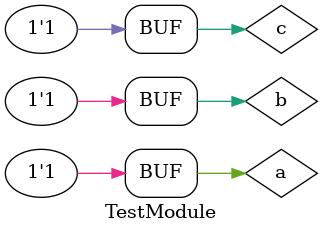
<source format=v>
`timescale 1ns / 1ps
 

module Decoder(a,b,c,d0,d1,d2,d3,d4,d5,d6,d7);
	input a,b,c;
	output d0,d1,d2,d3,d4,d5,d6,d7;
	assign d0=(~a&~b&~c),
			 d1=(~a&~b&c),
			 d2=(~a&b&~c),
			 d3=(~a&b&c),
			 d4=(a&~b&~c),
			 d5=(a&~b&c),
			 d6=(a&b&~c),
			 d7=(a&b&c);
endmodule //Decoder

module TestModule;

	// Inputs
	reg a;
	reg b;
	reg c;

	// Outputs
	wire d0;
	wire d1;
	wire d2;
	wire d3;
	wire d4;
	wire d5;
	wire d6;
	wire d7;

	// Instantiate the Unit Under Test (UUT)
	Decoder uut (
		.a(a), 
		.b(b), 
		.c(c), 
		.d0(d0), 
		.d1(d1), 
		.d2(d2), 
		.d3(d3), 
		.d4(d4), 
		.d5(d5), 
		.d6(d6), 
		.d7(d7)
	);

	initial begin
		// Initialize Inputs
		a = 0;
		b = 0;
		c = 0;

		// Wait 100 ns for global reset to finish
		#100;
        
		a = 0;
		b = 0;
		c = 1;

		// Wait 100 ns for global reset to finish
		#100;
		
		   
		a = 0;
		b = 1;
		c = 0;
		#100;
		
		   
		a = 0;
		b = 1;
		c = 1;
		#100;
		
		a = 1;
		b = 0;
		c = 1;
		#100;
		
		a = 1;
		b = 1;
		c = 0;
		#100;
		
		a = 1;
		b = 1;
		c = 1;
		#100;
		
	end
      
endmodule //Decoder



</source>
